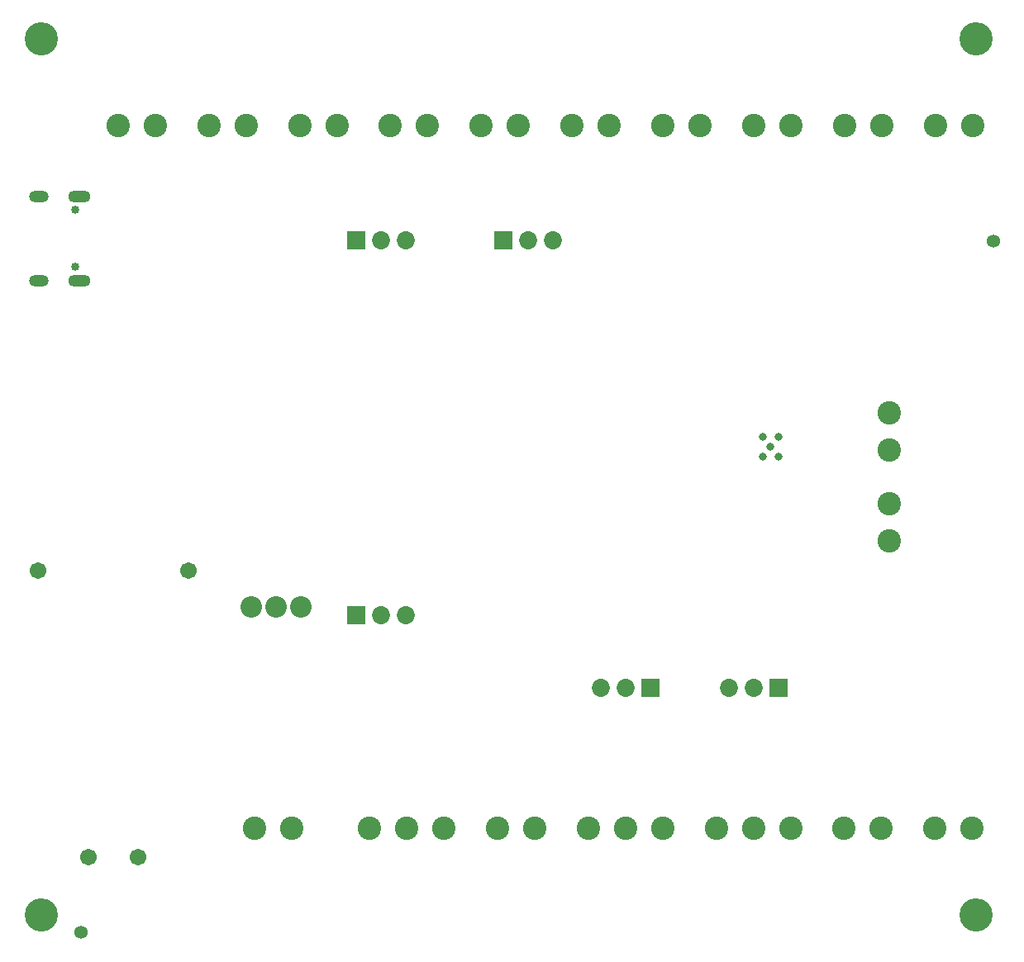
<source format=gbr>
%TF.GenerationSoftware,Altium Limited,Altium Designer,21.9.2 (33)*%
G04 Layer_Color=16711935*
%FSLAX45Y45*%
%MOMM*%
%TF.SameCoordinates,9F934031-F859-43C4-9D29-15814C5376A4*%
%TF.FilePolarity,Negative*%
%TF.FileFunction,Soldermask,Bot*%
%TF.Part,Single*%
G01*
G75*
%TA.AperFunction,WasherPad*%
%ADD58C,1.35520*%
%TA.AperFunction,ComponentPad*%
%ADD59R,1.85320X1.85320*%
%ADD60C,1.85320*%
%ADD61C,2.40320*%
%ADD62C,0.85320*%
%ADD63O,2.30320X1.25320*%
%ADD64O,2.00320X1.20320*%
%ADD65C,2.20320*%
%ADD66C,1.70320*%
%TA.AperFunction,WasherPad*%
%ADD67C,3.40320*%
%TA.AperFunction,ViaPad*%
%ADD68C,0.80320*%
D58*
X-7760000Y-5640000D02*
D03*
X1590000Y1450000D02*
D03*
D59*
X-616000Y-3130000D02*
D03*
X-3430000Y1461000D02*
D03*
X-1926000Y-3130000D02*
D03*
X-4938000Y-2389000D02*
D03*
Y1461000D02*
D03*
D60*
X-1124000Y-3130000D02*
D03*
X-870000D02*
D03*
X-3176000Y1461000D02*
D03*
X-2922000D02*
D03*
X-2434000Y-3130000D02*
D03*
X-2180000D02*
D03*
X-4684000Y-2389000D02*
D03*
X-4430000D02*
D03*
X-4684000Y1461000D02*
D03*
X-4430000D02*
D03*
D61*
X993000Y2631000D02*
D03*
X1374000D02*
D03*
X63000D02*
D03*
X444000D02*
D03*
X-867000D02*
D03*
X-486000D02*
D03*
X-3658000D02*
D03*
X-3277000D02*
D03*
X-4588000D02*
D03*
X-4207000D02*
D03*
X-1797000D02*
D03*
X-1416000D02*
D03*
X-2727000D02*
D03*
X-2346000D02*
D03*
X-5518000D02*
D03*
X-5137000D02*
D03*
X-6068000D02*
D03*
X-6449000D02*
D03*
X-6998000D02*
D03*
X-7379000D02*
D03*
X522000Y-690000D02*
D03*
Y-309000D02*
D03*
Y-1621000D02*
D03*
Y-1240000D02*
D03*
X-1251000Y-4569000D02*
D03*
X-870000D02*
D03*
X-489000D02*
D03*
X-2560000D02*
D03*
X-2179000D02*
D03*
X-1798000D02*
D03*
X-5598000D02*
D03*
X-5979000D02*
D03*
X1371000D02*
D03*
X990000D02*
D03*
X441497D02*
D03*
X60497D02*
D03*
X-4800000D02*
D03*
X-4419000D02*
D03*
X-4038000D02*
D03*
X-3108503D02*
D03*
X-3489503D02*
D03*
D62*
X-7821800Y1766500D02*
D03*
Y1188500D02*
D03*
D63*
X-7771800Y1045500D02*
D03*
Y1909500D02*
D03*
D64*
X-8189800Y1045500D02*
D03*
Y1909500D02*
D03*
D65*
X-6014000Y-2299000D02*
D03*
X-5760000D02*
D03*
X-5506000D02*
D03*
D66*
X-6658000Y-1929000D02*
D03*
X-8198000D02*
D03*
X-7178000Y-4869000D02*
D03*
X-7678000D02*
D03*
D67*
X1412000Y-5459000D02*
D03*
Y3521000D02*
D03*
X-8168000D02*
D03*
Y-5459000D02*
D03*
D68*
X-774000Y-559000D02*
D03*
X-614000Y-759000D02*
D03*
X-774000D02*
D03*
X-614000Y-559000D02*
D03*
X-694000Y-659000D02*
D03*
%TF.MD5,29ee783a90502a270118449de1071bb6*%
M02*

</source>
